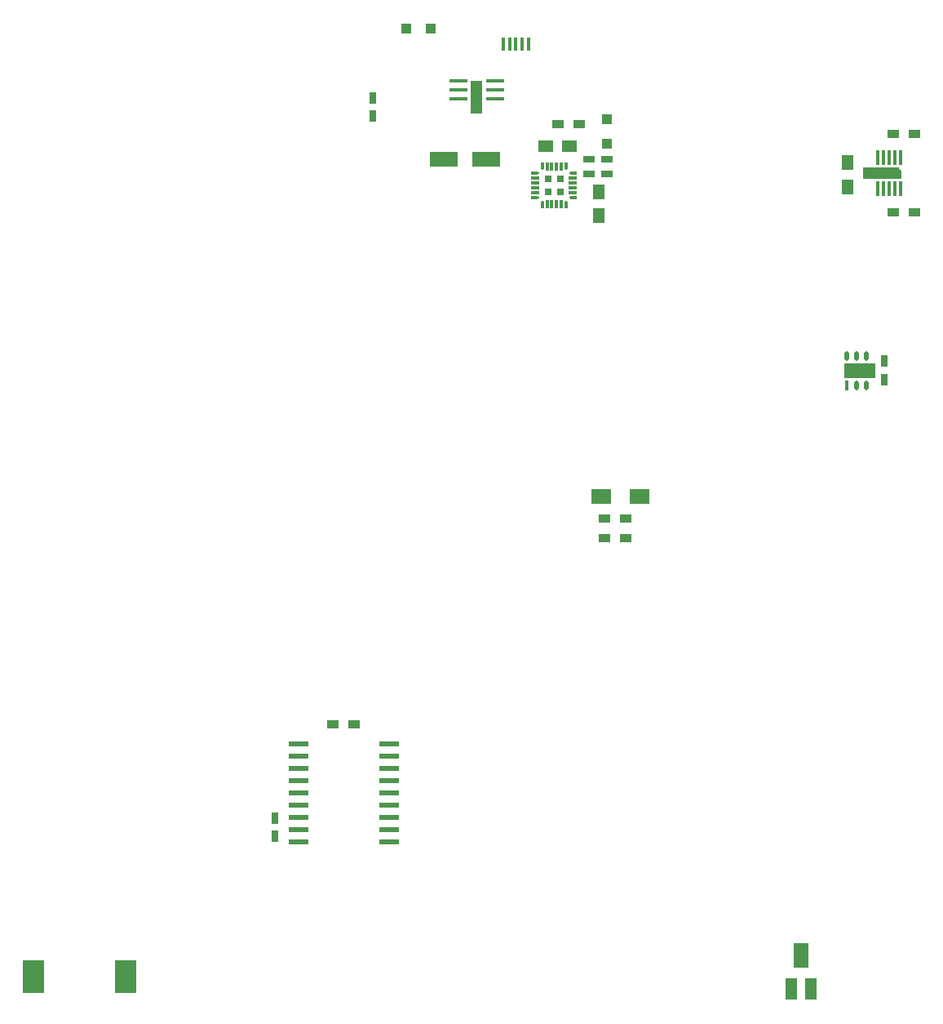
<source format=gbr>
G04 #@! TF.FileFunction,Paste,Top*
%FSLAX46Y46*%
G04 Gerber Fmt 4.6, Leading zero omitted, Abs format (unit mm)*
G04 Created by KiCad (PCBNEW 4.0.7) date Tue Feb 20 19:27:09 2018*
%MOMM*%
%LPD*%
G01*
G04 APERTURE LIST*
%ADD10C,0.025400*%
%ADD11R,2.000000X1.600000*%
%ADD12R,0.400000X1.350000*%
%ADD13R,1.500000X1.250000*%
%ADD14R,1.200000X0.750000*%
%ADD15R,1.250000X1.500000*%
%ADD16R,0.750000X1.200000*%
%ADD17R,1.000000X1.000000*%
%ADD18R,1.200000X0.900000*%
%ADD19R,1.600000X2.500000*%
%ADD20R,1.200000X2.200000*%
%ADD21R,2.000000X0.600000*%
%ADD22R,0.450000X1.000000*%
%ADD23R,3.250000X1.600000*%
%ADD24O,0.450000X1.000000*%
%ADD25R,2.200000X3.400000*%
%ADD26R,1.300000X3.500000*%
%ADD27R,1.950000X0.400000*%
%ADD28R,3.700000X1.200000*%
%ADD29R,0.400000X1.600000*%
%ADD30R,0.300000X0.900000*%
%ADD31R,3.000000X1.600000*%
%ADD32R,0.700000X0.300000*%
%ADD33R,0.850000X0.300000*%
%ADD34R,0.300000X0.700000*%
%ADD35R,0.300000X0.850000*%
%ADD36R,0.780000X0.780000*%
%ADD37C,0.300000*%
G04 APERTURE END LIST*
D10*
D11*
X158528000Y-81534000D03*
X162528000Y-81534000D03*
D12*
X151007600Y-34598600D03*
X150357600Y-34598600D03*
X149707600Y-34598600D03*
X149057600Y-34598600D03*
X148407600Y-34598600D03*
D13*
X155301000Y-45212000D03*
X152801000Y-45212000D03*
D14*
X157292000Y-46583600D03*
X159192000Y-46583600D03*
D15*
X158292800Y-49905601D03*
X158292800Y-52405601D03*
D14*
X157292000Y-48082201D03*
X159192000Y-48082201D03*
D16*
X124714000Y-116774000D03*
X124714000Y-114874000D03*
X134874000Y-40198000D03*
X134874000Y-42098000D03*
D15*
X184151194Y-46930644D03*
X184151194Y-49430644D03*
D16*
X187960000Y-67503000D03*
X187960000Y-69403000D03*
D17*
X159131000Y-42438000D03*
X159131000Y-44938000D03*
D18*
X154094000Y-42926000D03*
X156294000Y-42926000D03*
X158920000Y-85852000D03*
X161120000Y-85852000D03*
X158920000Y-83820000D03*
X161120000Y-83820000D03*
X130726000Y-105156000D03*
X132926000Y-105156000D03*
X191092000Y-52044600D03*
X188892000Y-52044600D03*
D19*
X179308000Y-129088000D03*
D20*
X178308000Y-132588000D03*
X180308000Y-132588000D03*
D21*
X136526000Y-117348000D03*
X136526000Y-116078000D03*
X136526000Y-114808000D03*
X136526000Y-113538000D03*
X136526000Y-112268000D03*
X136526000Y-110998000D03*
X136526000Y-109728000D03*
X136526000Y-108458000D03*
X136526000Y-107188000D03*
X127126000Y-107188000D03*
X127126000Y-108458000D03*
X127126000Y-109728000D03*
X127126000Y-110998000D03*
X127126000Y-112268000D03*
X127126000Y-113538000D03*
X127126000Y-114808000D03*
X127126000Y-116078000D03*
X127126000Y-117348000D03*
D22*
X184045000Y-69978000D03*
D23*
X185420000Y-68453000D03*
D24*
X184045000Y-66928000D03*
X185045000Y-69978000D03*
X185045000Y-66928000D03*
X186045000Y-69978000D03*
X186045000Y-66928000D03*
D17*
X138348400Y-33045400D03*
X140848400Y-33045400D03*
D25*
X99594000Y-131318000D03*
X109194000Y-131318000D03*
D26*
X145641000Y-40120000D03*
D27*
X143716000Y-38420000D03*
X143716000Y-39370000D03*
X143716000Y-40320000D03*
X147566000Y-38420000D03*
X147566000Y-39370000D03*
X147566000Y-40320000D03*
D28*
X187568000Y-48006000D03*
D29*
X189668000Y-46406000D03*
D30*
X189568000Y-48156000D03*
D10*
G36*
X189118187Y-47701200D02*
X189418000Y-47401387D01*
X189717813Y-47701200D01*
X189418000Y-48001013D01*
X189118187Y-47701200D01*
X189118187Y-47701200D01*
G37*
D29*
X189068000Y-46406000D03*
X188468000Y-46406000D03*
X187868000Y-46406000D03*
X187268000Y-46406000D03*
X189668000Y-49606000D03*
X189068000Y-49606000D03*
X188468000Y-49606000D03*
X187868000Y-49606000D03*
X187268000Y-49606000D03*
D18*
X191092000Y-43942000D03*
X188892000Y-43942000D03*
D31*
X142224400Y-46532800D03*
X146624400Y-46532800D03*
D32*
X155709999Y-50511000D03*
D33*
X155634999Y-50011000D03*
X155634999Y-49511000D03*
X155634999Y-49011000D03*
X155634999Y-48511000D03*
D32*
X155709999Y-48011000D03*
D34*
X154934999Y-47236000D03*
D35*
X154434999Y-47311000D03*
X153934999Y-47311000D03*
X153434999Y-47311000D03*
X152934999Y-47311000D03*
D34*
X152434999Y-47236000D03*
D32*
X151659999Y-48011000D03*
D33*
X151734999Y-48511000D03*
X151734999Y-49011000D03*
X151734999Y-49511000D03*
X151734999Y-50011000D03*
D32*
X151659999Y-50511000D03*
D34*
X152434999Y-51286000D03*
D35*
X152934999Y-51211000D03*
X153434999Y-51211000D03*
X153934999Y-51211000D03*
X154434999Y-51211000D03*
D34*
X154934999Y-51286000D03*
D36*
X153034999Y-48611000D03*
X153034999Y-49911000D03*
X154334999Y-48611000D03*
X154334999Y-49911000D03*
D37*
X152434999Y-50936000D03*
X152009999Y-50511000D03*
X152009999Y-48011000D03*
X152434999Y-47586000D03*
X155359999Y-48011000D03*
X154934999Y-47586000D03*
X154934999Y-50936000D03*
X155359999Y-50511000D03*
M02*

</source>
